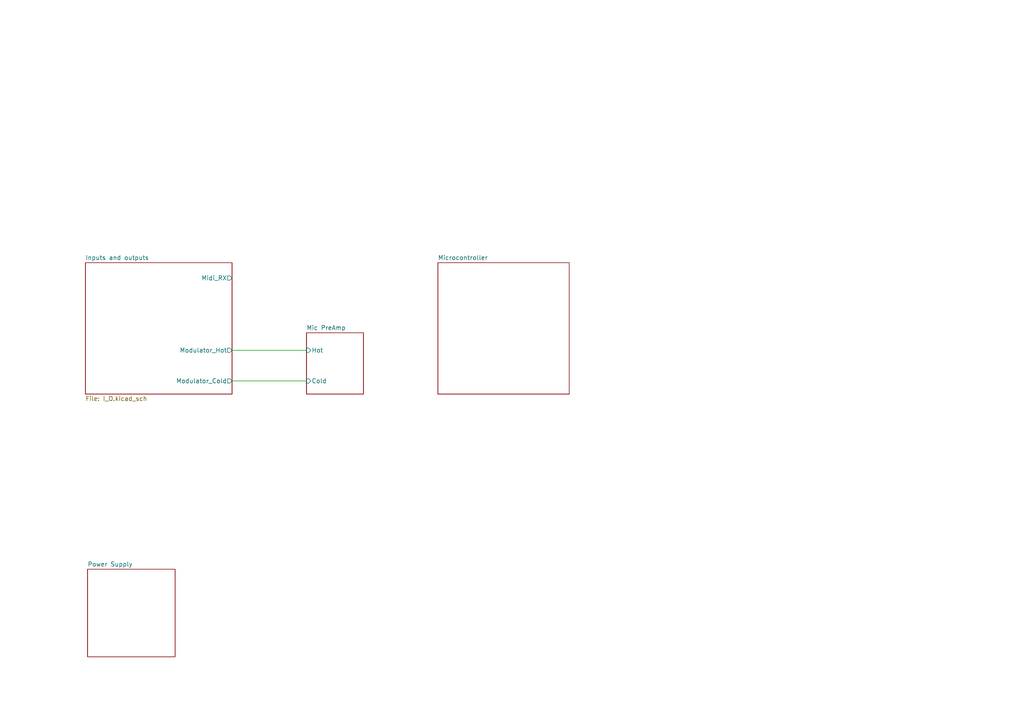
<source format=kicad_sch>
(kicad_sch
	(version 20250114)
	(generator "eeschema")
	(generator_version "9.0")
	(uuid "e827c80a-ca8d-4d24-8db6-878b575a1aed")
	(paper "A4")
	(title_block
		(title "Vocoder PCB")
		(date "2025-04-03")
		(rev "0.1")
		(company "Sounds Like Tim")
		(comment 1 "Tim Wannet")
	)
	(lib_symbols)
	(wire
		(pts
			(xy 67.31 101.6) (xy 88.9 101.6)
		)
		(stroke
			(width 0)
			(type default)
		)
		(uuid "62a4abf8-3a9c-44b8-9feb-1203b4961837")
	)
	(wire
		(pts
			(xy 67.31 110.49) (xy 88.9 110.49)
		)
		(stroke
			(width 0)
			(type default)
		)
		(uuid "e23c4523-b31f-4943-b844-7045fcc482c8")
	)
	(sheet
		(at 127 76.2)
		(size 38.1 38.1)
		(exclude_from_sim no)
		(in_bom yes)
		(on_board yes)
		(dnp no)
		(fields_autoplaced yes)
		(stroke
			(width 0.1524)
			(type solid)
		)
		(fill
			(color 0 0 0 0.0000)
		)
		(uuid "80744173-9491-4551-a74b-98f5922bdb3a")
		(property "Sheetname" "Microcontroller"
			(at 127 75.4884 0)
			(effects
				(font
					(size 1.27 1.27)
				)
				(justify left bottom)
			)
		)
		(property "Sheetfile" "MCU.kicad_sch"
			(at 127 114.8846 0)
			(effects
				(font
					(size 1.27 1.27)
				)
				(justify left top)
				(hide yes)
			)
		)
		(instances
			(project "Hardware"
				(path "/e827c80a-ca8d-4d24-8db6-878b575a1aed"
					(page "3")
				)
			)
		)
	)
	(sheet
		(at 24.765 76.2)
		(size 42.545 38.1)
		(exclude_from_sim no)
		(in_bom yes)
		(on_board yes)
		(dnp no)
		(fields_autoplaced yes)
		(stroke
			(width 0.1524)
			(type solid)
		)
		(fill
			(color 0 0 0 0.0000)
		)
		(uuid "ae68f18c-05a9-496e-90b3-166bfef37cf7")
		(property "Sheetname" "Inputs and outputs"
			(at 24.765 75.4884 0)
			(effects
				(font
					(size 1.27 1.27)
				)
				(justify left bottom)
			)
		)
		(property "Sheetfile" "I_O.kicad_sch"
			(at 24.765 114.8846 0)
			(effects
				(font
					(size 1.27 1.27)
				)
				(justify left top)
			)
		)
		(pin "Midi_RX" output
			(at 67.31 80.645 0)
			(uuid "7c67cf83-0611-4688-ae4b-b926bb87b9a3")
			(effects
				(font
					(size 1.27 1.27)
				)
				(justify right)
			)
		)
		(pin "Modulator_Cold" output
			(at 67.31 110.49 0)
			(uuid "da72e2d4-721c-4d28-b6a7-5eb7773a915c")
			(effects
				(font
					(size 1.27 1.27)
				)
				(justify right)
			)
		)
		(pin "Modulator_Hot" output
			(at 67.31 101.6 0)
			(uuid "1b2c5736-38f8-468d-917c-43aa9d26528e")
			(effects
				(font
					(size 1.27 1.27)
				)
				(justify right)
			)
		)
		(instances
			(project "Hardware"
				(path "/e827c80a-ca8d-4d24-8db6-878b575a1aed"
					(page "5")
				)
			)
		)
	)
	(sheet
		(at 25.4 165.1)
		(size 25.4 25.4)
		(exclude_from_sim no)
		(in_bom yes)
		(on_board yes)
		(dnp no)
		(fields_autoplaced yes)
		(stroke
			(width 0.1524)
			(type solid)
		)
		(fill
			(color 0 0 0 0.0000)
		)
		(uuid "ea9bf73e-a18e-4434-8c74-6fad8c6cf4b3")
		(property "Sheetname" "Power Supply"
			(at 25.4 164.3884 0)
			(effects
				(font
					(size 1.27 1.27)
				)
				(justify left bottom)
			)
		)
		(property "Sheetfile" "PSU.kicad_sch"
			(at 25.4 191.0846 0)
			(effects
				(font
					(size 1.27 1.27)
				)
				(justify left top)
				(hide yes)
			)
		)
		(instances
			(project "Hardware"
				(path "/e827c80a-ca8d-4d24-8db6-878b575a1aed"
					(page "2")
				)
			)
		)
	)
	(sheet
		(at 88.9 96.52)
		(size 16.51 17.78)
		(exclude_from_sim no)
		(in_bom yes)
		(on_board yes)
		(dnp no)
		(fields_autoplaced yes)
		(stroke
			(width 0.1524)
			(type solid)
		)
		(fill
			(color 0 0 0 0.0000)
		)
		(uuid "f759df24-a40e-4928-b060-ce3f4ace9ae8")
		(property "Sheetname" "Mic PreAmp"
			(at 88.9 95.8084 0)
			(effects
				(font
					(size 1.27 1.27)
				)
				(justify left bottom)
			)
		)
		(property "Sheetfile" "PreAmp.kicad_sch"
			(at 88.9 114.8846 0)
			(effects
				(font
					(size 1.27 1.27)
				)
				(justify left top)
				(hide yes)
			)
		)
		(pin "Hot" input
			(at 88.9 101.6 180)
			(uuid "18c28ec3-6b9f-42a9-a22c-cd57e5c4c083")
			(effects
				(font
					(size 1.27 1.27)
				)
				(justify left)
			)
		)
		(pin "Cold" input
			(at 88.9 110.49 180)
			(uuid "e9067622-4d92-46e8-bc66-4930df735578")
			(effects
				(font
					(size 1.27 1.27)
				)
				(justify left)
			)
		)
		(instances
			(project "Hardware"
				(path "/e827c80a-ca8d-4d24-8db6-878b575a1aed"
					(page "4")
				)
			)
		)
	)
	(sheet_instances
		(path "/"
			(page "1")
		)
	)
	(embedded_fonts no)
)

</source>
